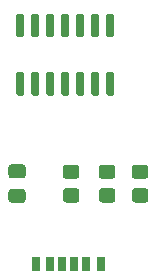
<source format=gbr>
%TF.GenerationSoftware,KiCad,Pcbnew,(5.1.12)-1*%
%TF.CreationDate,2022-08-02T20:23:38+02:00*%
%TF.ProjectId,esp32-led,65737033-322d-46c6-9564-2e6b69636164,rev?*%
%TF.SameCoordinates,Original*%
%TF.FileFunction,Paste,Bot*%
%TF.FilePolarity,Positive*%
%FSLAX46Y46*%
G04 Gerber Fmt 4.6, Leading zero omitted, Abs format (unit mm)*
G04 Created by KiCad (PCBNEW (5.1.12)-1) date 2022-08-02 20:23:38*
%MOMM*%
%LPD*%
G01*
G04 APERTURE LIST*
%ADD10R,0.700000X1.200000*%
%ADD11R,0.760000X1.200000*%
%ADD12R,0.800000X1.200000*%
G04 APERTURE END LIST*
D10*
%TO.C,J2*%
X167140000Y-95218000D03*
X168140000Y-95218000D03*
D11*
X166120000Y-95218000D03*
X169160000Y-95218000D03*
D12*
X164890000Y-95218000D03*
X170390000Y-95218000D03*
%TD*%
%TO.C,U1*%
G36*
G01*
X163366000Y-78960000D02*
X163786000Y-78960000D01*
G75*
G02*
X163876000Y-79050000I0J-90000D01*
G01*
X163876000Y-80840000D01*
G75*
G02*
X163786000Y-80930000I-90000J0D01*
G01*
X163366000Y-80930000D01*
G75*
G02*
X163276000Y-80840000I0J90000D01*
G01*
X163276000Y-79050000D01*
G75*
G02*
X163366000Y-78960000I90000J0D01*
G01*
G37*
G36*
G01*
X164636000Y-78960000D02*
X165056000Y-78960000D01*
G75*
G02*
X165146000Y-79050000I0J-90000D01*
G01*
X165146000Y-80840000D01*
G75*
G02*
X165056000Y-80930000I-90000J0D01*
G01*
X164636000Y-80930000D01*
G75*
G02*
X164546000Y-80840000I0J90000D01*
G01*
X164546000Y-79050000D01*
G75*
G02*
X164636000Y-78960000I90000J0D01*
G01*
G37*
G36*
G01*
X165906000Y-78960000D02*
X166326000Y-78960000D01*
G75*
G02*
X166416000Y-79050000I0J-90000D01*
G01*
X166416000Y-80840000D01*
G75*
G02*
X166326000Y-80930000I-90000J0D01*
G01*
X165906000Y-80930000D01*
G75*
G02*
X165816000Y-80840000I0J90000D01*
G01*
X165816000Y-79050000D01*
G75*
G02*
X165906000Y-78960000I90000J0D01*
G01*
G37*
G36*
G01*
X167176000Y-78960000D02*
X167596000Y-78960000D01*
G75*
G02*
X167686000Y-79050000I0J-90000D01*
G01*
X167686000Y-80840000D01*
G75*
G02*
X167596000Y-80930000I-90000J0D01*
G01*
X167176000Y-80930000D01*
G75*
G02*
X167086000Y-80840000I0J90000D01*
G01*
X167086000Y-79050000D01*
G75*
G02*
X167176000Y-78960000I90000J0D01*
G01*
G37*
G36*
G01*
X168446000Y-78960000D02*
X168866000Y-78960000D01*
G75*
G02*
X168956000Y-79050000I0J-90000D01*
G01*
X168956000Y-80840000D01*
G75*
G02*
X168866000Y-80930000I-90000J0D01*
G01*
X168446000Y-80930000D01*
G75*
G02*
X168356000Y-80840000I0J90000D01*
G01*
X168356000Y-79050000D01*
G75*
G02*
X168446000Y-78960000I90000J0D01*
G01*
G37*
G36*
G01*
X169716000Y-78960000D02*
X170136000Y-78960000D01*
G75*
G02*
X170226000Y-79050000I0J-90000D01*
G01*
X170226000Y-80840000D01*
G75*
G02*
X170136000Y-80930000I-90000J0D01*
G01*
X169716000Y-80930000D01*
G75*
G02*
X169626000Y-80840000I0J90000D01*
G01*
X169626000Y-79050000D01*
G75*
G02*
X169716000Y-78960000I90000J0D01*
G01*
G37*
G36*
G01*
X170986000Y-78960000D02*
X171406000Y-78960000D01*
G75*
G02*
X171496000Y-79050000I0J-90000D01*
G01*
X171496000Y-80840000D01*
G75*
G02*
X171406000Y-80930000I-90000J0D01*
G01*
X170986000Y-80930000D01*
G75*
G02*
X170896000Y-80840000I0J90000D01*
G01*
X170896000Y-79050000D01*
G75*
G02*
X170986000Y-78960000I90000J0D01*
G01*
G37*
G36*
G01*
X170986000Y-74010000D02*
X171406000Y-74010000D01*
G75*
G02*
X171496000Y-74100000I0J-90000D01*
G01*
X171496000Y-75890000D01*
G75*
G02*
X171406000Y-75980000I-90000J0D01*
G01*
X170986000Y-75980000D01*
G75*
G02*
X170896000Y-75890000I0J90000D01*
G01*
X170896000Y-74100000D01*
G75*
G02*
X170986000Y-74010000I90000J0D01*
G01*
G37*
G36*
G01*
X169716000Y-74010000D02*
X170136000Y-74010000D01*
G75*
G02*
X170226000Y-74100000I0J-90000D01*
G01*
X170226000Y-75890000D01*
G75*
G02*
X170136000Y-75980000I-90000J0D01*
G01*
X169716000Y-75980000D01*
G75*
G02*
X169626000Y-75890000I0J90000D01*
G01*
X169626000Y-74100000D01*
G75*
G02*
X169716000Y-74010000I90000J0D01*
G01*
G37*
G36*
G01*
X168446000Y-74010000D02*
X168866000Y-74010000D01*
G75*
G02*
X168956000Y-74100000I0J-90000D01*
G01*
X168956000Y-75890000D01*
G75*
G02*
X168866000Y-75980000I-90000J0D01*
G01*
X168446000Y-75980000D01*
G75*
G02*
X168356000Y-75890000I0J90000D01*
G01*
X168356000Y-74100000D01*
G75*
G02*
X168446000Y-74010000I90000J0D01*
G01*
G37*
G36*
G01*
X167176000Y-74010000D02*
X167596000Y-74010000D01*
G75*
G02*
X167686000Y-74100000I0J-90000D01*
G01*
X167686000Y-75890000D01*
G75*
G02*
X167596000Y-75980000I-90000J0D01*
G01*
X167176000Y-75980000D01*
G75*
G02*
X167086000Y-75890000I0J90000D01*
G01*
X167086000Y-74100000D01*
G75*
G02*
X167176000Y-74010000I90000J0D01*
G01*
G37*
G36*
G01*
X165906000Y-74010000D02*
X166326000Y-74010000D01*
G75*
G02*
X166416000Y-74100000I0J-90000D01*
G01*
X166416000Y-75890000D01*
G75*
G02*
X166326000Y-75980000I-90000J0D01*
G01*
X165906000Y-75980000D01*
G75*
G02*
X165816000Y-75890000I0J90000D01*
G01*
X165816000Y-74100000D01*
G75*
G02*
X165906000Y-74010000I90000J0D01*
G01*
G37*
G36*
G01*
X164636000Y-74010000D02*
X165056000Y-74010000D01*
G75*
G02*
X165146000Y-74100000I0J-90000D01*
G01*
X165146000Y-75890000D01*
G75*
G02*
X165056000Y-75980000I-90000J0D01*
G01*
X164636000Y-75980000D01*
G75*
G02*
X164546000Y-75890000I0J90000D01*
G01*
X164546000Y-74100000D01*
G75*
G02*
X164636000Y-74010000I90000J0D01*
G01*
G37*
G36*
G01*
X163366000Y-74010000D02*
X163786000Y-74010000D01*
G75*
G02*
X163876000Y-74100000I0J-90000D01*
G01*
X163876000Y-75890000D01*
G75*
G02*
X163786000Y-75980000I-90000J0D01*
G01*
X163366000Y-75980000D01*
G75*
G02*
X163276000Y-75890000I0J90000D01*
G01*
X163276000Y-74100000D01*
G75*
G02*
X163366000Y-74010000I90000J0D01*
G01*
G37*
%TD*%
%TO.C,R3*%
G36*
G01*
X174186001Y-87992000D02*
X173285999Y-87992000D01*
G75*
G02*
X173036000Y-87742001I0J249999D01*
G01*
X173036000Y-87041999D01*
G75*
G02*
X173285999Y-86792000I249999J0D01*
G01*
X174186001Y-86792000D01*
G75*
G02*
X174436000Y-87041999I0J-249999D01*
G01*
X174436000Y-87742001D01*
G75*
G02*
X174186001Y-87992000I-249999J0D01*
G01*
G37*
G36*
G01*
X174186001Y-89992000D02*
X173285999Y-89992000D01*
G75*
G02*
X173036000Y-89742001I0J249999D01*
G01*
X173036000Y-89041999D01*
G75*
G02*
X173285999Y-88792000I249999J0D01*
G01*
X174186001Y-88792000D01*
G75*
G02*
X174436000Y-89041999I0J-249999D01*
G01*
X174436000Y-89742001D01*
G75*
G02*
X174186001Y-89992000I-249999J0D01*
G01*
G37*
%TD*%
%TO.C,R2*%
G36*
G01*
X168344001Y-87992000D02*
X167443999Y-87992000D01*
G75*
G02*
X167194000Y-87742001I0J249999D01*
G01*
X167194000Y-87041999D01*
G75*
G02*
X167443999Y-86792000I249999J0D01*
G01*
X168344001Y-86792000D01*
G75*
G02*
X168594000Y-87041999I0J-249999D01*
G01*
X168594000Y-87742001D01*
G75*
G02*
X168344001Y-87992000I-249999J0D01*
G01*
G37*
G36*
G01*
X168344001Y-89992000D02*
X167443999Y-89992000D01*
G75*
G02*
X167194000Y-89742001I0J249999D01*
G01*
X167194000Y-89041999D01*
G75*
G02*
X167443999Y-88792000I249999J0D01*
G01*
X168344001Y-88792000D01*
G75*
G02*
X168594000Y-89041999I0J-249999D01*
G01*
X168594000Y-89742001D01*
G75*
G02*
X168344001Y-89992000I-249999J0D01*
G01*
G37*
%TD*%
%TO.C,R1*%
G36*
G01*
X171392001Y-87992000D02*
X170491999Y-87992000D01*
G75*
G02*
X170242000Y-87742001I0J249999D01*
G01*
X170242000Y-87041999D01*
G75*
G02*
X170491999Y-86792000I249999J0D01*
G01*
X171392001Y-86792000D01*
G75*
G02*
X171642000Y-87041999I0J-249999D01*
G01*
X171642000Y-87742001D01*
G75*
G02*
X171392001Y-87992000I-249999J0D01*
G01*
G37*
G36*
G01*
X171392001Y-89992000D02*
X170491999Y-89992000D01*
G75*
G02*
X170242000Y-89742001I0J249999D01*
G01*
X170242000Y-89041999D01*
G75*
G02*
X170491999Y-88792000I249999J0D01*
G01*
X171392001Y-88792000D01*
G75*
G02*
X171642000Y-89041999I0J-249999D01*
G01*
X171642000Y-89742001D01*
G75*
G02*
X171392001Y-89992000I-249999J0D01*
G01*
G37*
%TD*%
%TO.C,C2*%
G36*
G01*
X163797000Y-87942000D02*
X162847000Y-87942000D01*
G75*
G02*
X162597000Y-87692000I0J250000D01*
G01*
X162597000Y-87017000D01*
G75*
G02*
X162847000Y-86767000I250000J0D01*
G01*
X163797000Y-86767000D01*
G75*
G02*
X164047000Y-87017000I0J-250000D01*
G01*
X164047000Y-87692000D01*
G75*
G02*
X163797000Y-87942000I-250000J0D01*
G01*
G37*
G36*
G01*
X163797000Y-90017000D02*
X162847000Y-90017000D01*
G75*
G02*
X162597000Y-89767000I0J250000D01*
G01*
X162597000Y-89092000D01*
G75*
G02*
X162847000Y-88842000I250000J0D01*
G01*
X163797000Y-88842000D01*
G75*
G02*
X164047000Y-89092000I0J-250000D01*
G01*
X164047000Y-89767000D01*
G75*
G02*
X163797000Y-90017000I-250000J0D01*
G01*
G37*
%TD*%
M02*

</source>
